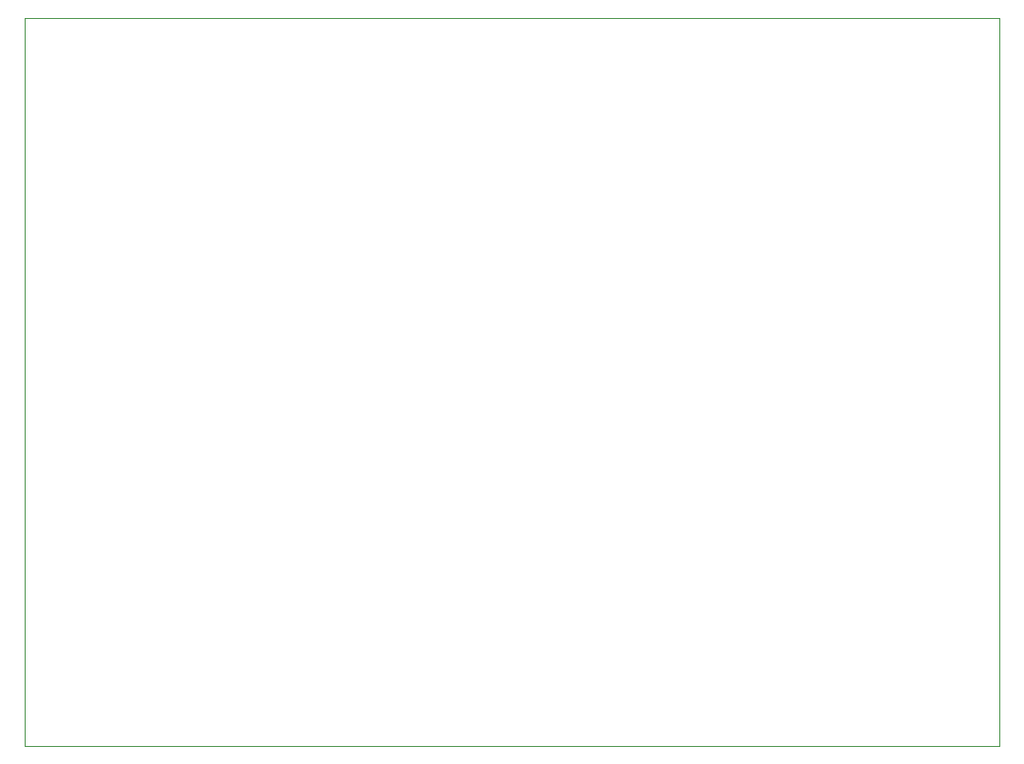
<source format=gbr>
G04 (created by PCBNEW (2013-05-31 BZR 4019)-stable) date 6/10/2014 4:10:54 PM*
%MOIN*%
G04 Gerber Fmt 3.4, Leading zero omitted, Abs format*
%FSLAX34Y34*%
G01*
G70*
G90*
G04 APERTURE LIST*
%ADD10C,0.00590551*%
%ADD11C,0.0001*%
G04 APERTURE END LIST*
G54D10*
G54D11*
X82000Y-47850D02*
X82000Y-22250D01*
X116250Y-47850D02*
X116250Y-47500D01*
X82000Y-47850D02*
X116250Y-47850D01*
X116250Y-22250D02*
X116250Y-47500D01*
X83250Y-22250D02*
X116250Y-22250D01*
X82000Y-22250D02*
X83250Y-22250D01*
M02*

</source>
